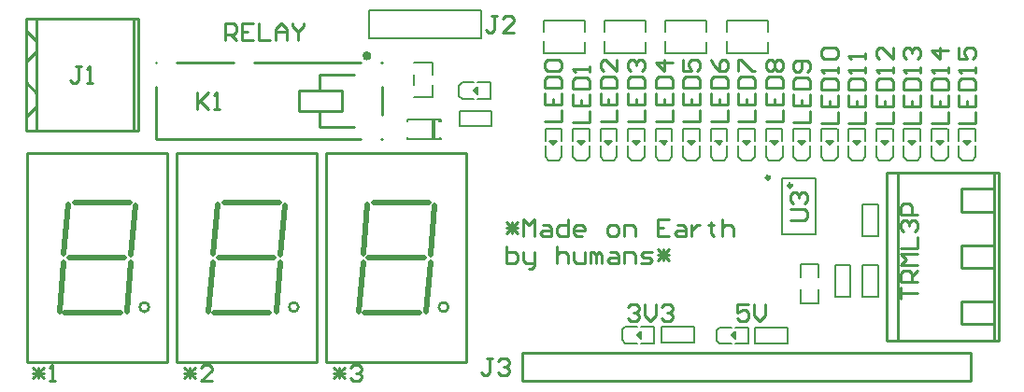
<source format=gto>
G04*
G04 #@! TF.GenerationSoftware,Altium Limited,Altium Designer,20.2.6 (244)*
G04*
G04 Layer_Color=65535*
%FSLAX25Y25*%
%MOIN*%
G70*
G04*
G04 #@! TF.SameCoordinates,357903E5-7464-4FF3-9603-397411888FB0*
G04*
G04*
G04 #@! TF.FilePolarity,Positive*
G04*
G01*
G75*
%ADD10C,0.01575*%
%ADD11C,0.01000*%
%ADD12C,0.01181*%
%ADD13C,0.00591*%
%ADD14C,0.01968*%
%ADD15C,0.00591*%
%ADD16C,0.00787*%
%ADD17C,0.00600*%
%ADD18C,0.00598*%
D10*
X126338Y144346D02*
G03*
X126338Y144346I-787J0D01*
G01*
D11*
X47812Y54645D02*
G03*
X47812Y54645I-1670J0D01*
G01*
X154583D02*
G03*
X154583Y54645I-1670J0D01*
G01*
X101119Y54645D02*
G03*
X101119Y54645I-1670J0D01*
G01*
X116734Y124606D02*
Y132086D01*
X101380Y124606D02*
X116734D01*
X101380D02*
Y132086D01*
X116734D01*
X130637Y114567D02*
X130905D01*
X50197D02*
X123299D01*
X50197Y141896D02*
Y142126D01*
Y114882D02*
Y133301D01*
Y142126D02*
X50465D01*
X57803D02*
X78024D01*
X85362D02*
X123299D01*
X130637D02*
X130905D01*
Y114567D02*
Y114797D01*
Y123392D02*
Y133301D01*
Y141896D02*
Y142126D01*
X108663Y119095D02*
X121065D01*
X108663D02*
Y124607D01*
Y137599D02*
X121065D01*
X108663Y132284D02*
Y137599D01*
X4213Y109764D02*
X54213D01*
Y34961D02*
Y109764D01*
X4213Y34961D02*
X54213D01*
X4213D02*
Y109764D01*
X110984D02*
X160984D01*
Y34961D02*
Y109764D01*
X110984Y34961D02*
X160984D01*
X110984D02*
X110984Y109764D01*
X57520D02*
X107520D01*
Y34961D02*
Y109764D01*
X57520Y34961D02*
X107520D01*
X57520D02*
X57520Y109764D01*
X3849Y117795D02*
Y157692D01*
Y117795D02*
X43849D01*
Y157692D01*
X7752Y117795D02*
Y157623D01*
X3859Y157795D02*
X43859D01*
X42294Y117795D02*
Y157737D01*
X3937Y153425D02*
X7717Y149645D01*
X3937Y142204D02*
X7717Y145984D01*
X3865Y134843D02*
X7645Y131063D01*
X3865Y122597D02*
X7645Y126377D01*
X337697Y96907D02*
X349390D01*
X337697Y88787D02*
Y96907D01*
Y88787D02*
X349390D01*
X337697Y56764D02*
X349390D01*
X337697Y48644D02*
Y56764D01*
Y48644D02*
X349390D01*
X337697Y76692D02*
X349390D01*
X337697Y68573D02*
Y76692D01*
Y68573D02*
X349390D01*
X350935Y42732D02*
Y102732D01*
X310935Y42732D02*
Y102732D01*
Y42732D02*
X350935D01*
X314838Y42663D02*
Y102663D01*
X310896Y102732D02*
X350896D01*
X349380Y42777D02*
Y102777D01*
X180905Y28465D02*
X340905D01*
X180905Y38465D02*
X340905D01*
Y28465D02*
Y38465D01*
X180905Y28465D02*
Y38465D01*
X297395Y120236D02*
X303393D01*
Y124235D01*
X297395Y130233D02*
Y126234D01*
X303393D01*
Y130233D01*
X300394Y126234D02*
Y128234D01*
X297395Y132232D02*
X303393D01*
Y135231D01*
X302393Y136231D01*
X298394D01*
X297395Y135231D01*
Y132232D01*
X303393Y138230D02*
Y140230D01*
Y139230D01*
X297395D01*
X298394Y138230D01*
X303393Y143229D02*
Y145228D01*
Y144228D01*
X297395D01*
X298394Y143229D01*
X198969Y120712D02*
X204967D01*
Y124711D01*
X198969Y130709D02*
Y126710D01*
X204967D01*
Y130709D01*
X201968Y126710D02*
Y128709D01*
X198969Y132708D02*
X204967D01*
Y135707D01*
X203968Y136707D01*
X199969D01*
X198969Y135707D01*
Y132708D01*
X204967Y138706D02*
Y140706D01*
Y139706D01*
X198969D01*
X199969Y138706D01*
X277710Y120500D02*
X283708D01*
Y124498D01*
X277710Y130496D02*
Y126498D01*
X283708D01*
Y130496D01*
X280709Y126498D02*
Y128497D01*
X277710Y132496D02*
X283708D01*
Y135495D01*
X282708Y136494D01*
X278709D01*
X277710Y135495D01*
Y132496D01*
X282708Y138494D02*
X283708Y139494D01*
Y141493D01*
X282708Y142492D01*
X278709D01*
X277710Y141493D01*
Y139494D01*
X278709Y138494D01*
X279709D01*
X280709Y139494D01*
Y142492D01*
X175213Y85017D02*
X179211Y81018D01*
X175213D02*
X179211Y85017D01*
X175213Y83017D02*
X179211D01*
X177212Y81018D02*
Y85017D01*
X181211Y80018D02*
Y86016D01*
X183210Y84017D01*
X185209Y86016D01*
Y80018D01*
X188208Y84017D02*
X190208D01*
X191207Y83017D01*
Y80018D01*
X188208D01*
X187209Y81018D01*
X188208Y82018D01*
X191207D01*
X197205Y86016D02*
Y80018D01*
X194207D01*
X193207Y81018D01*
Y83017D01*
X194207Y84017D01*
X197205D01*
X202204Y80018D02*
X200204D01*
X199205Y81018D01*
Y83017D01*
X200204Y84017D01*
X202204D01*
X203204Y83017D01*
Y82018D01*
X199205D01*
X212201Y80018D02*
X214200D01*
X215200Y81018D01*
Y83017D01*
X214200Y84017D01*
X212201D01*
X211201Y83017D01*
Y81018D01*
X212201Y80018D01*
X217199D02*
Y84017D01*
X220198D01*
X221198Y83017D01*
Y80018D01*
X233194Y86016D02*
X229195D01*
Y80018D01*
X233194D01*
X229195Y83017D02*
X231194D01*
X236193Y84017D02*
X238192D01*
X239192Y83017D01*
Y80018D01*
X236193D01*
X235193Y81018D01*
X236193Y82018D01*
X239192D01*
X241191Y84017D02*
Y80018D01*
Y82018D01*
X242191Y83017D01*
X243191Y84017D01*
X244190D01*
X248189Y85017D02*
Y84017D01*
X247189D01*
X249189D01*
X248189D01*
Y81018D01*
X249189Y80018D01*
X252188Y86016D02*
Y80018D01*
Y83017D01*
X253187Y84017D01*
X255187D01*
X256186Y83017D01*
Y80018D01*
X175213Y76419D02*
Y70421D01*
X178212D01*
X179211Y71420D01*
Y72420D01*
Y73420D01*
X178212Y74419D01*
X175213D01*
X181211D02*
Y71420D01*
X182210Y70421D01*
X185209D01*
Y69421D01*
X184210Y68421D01*
X183210D01*
X185209Y70421D02*
Y74419D01*
X193207Y76419D02*
Y70421D01*
Y73420D01*
X194207Y74419D01*
X196206D01*
X197205Y73420D01*
Y70421D01*
X199205Y74419D02*
Y71420D01*
X200204Y70421D01*
X203204D01*
Y74419D01*
X205203Y70421D02*
Y74419D01*
X206203D01*
X207202Y73420D01*
Y70421D01*
Y73420D01*
X208202Y74419D01*
X209202Y73420D01*
Y70421D01*
X212201Y74419D02*
X214200D01*
X215200Y73420D01*
Y70421D01*
X212201D01*
X211201Y71420D01*
X212201Y72420D01*
X215200D01*
X217199Y70421D02*
Y74419D01*
X220198D01*
X221198Y73420D01*
Y70421D01*
X223197D02*
X226196D01*
X227196Y71420D01*
X226196Y72420D01*
X224197D01*
X223197Y73420D01*
X224197Y74419D01*
X227196D01*
X229195Y75419D02*
X233194Y71420D01*
X229195D02*
X233194Y75419D01*
X229195Y73420D02*
X233194D01*
X231194Y71420D02*
Y75419D01*
X315899Y57809D02*
Y61807D01*
Y59808D01*
X321897D01*
Y63807D02*
X315899D01*
Y66806D01*
X316898Y67805D01*
X318898D01*
X319897Y66806D01*
Y63807D01*
Y65806D02*
X321897Y67805D01*
Y69805D02*
X315899D01*
X317898Y71804D01*
X315899Y73804D01*
X321897D01*
X315899Y75803D02*
X321897D01*
Y79801D01*
X316898Y81801D02*
X315899Y82801D01*
Y84800D01*
X316898Y85800D01*
X317898D01*
X318898Y84800D01*
Y83800D01*
Y84800D01*
X319897Y85800D01*
X320897D01*
X321897Y84800D01*
Y82801D01*
X320897Y81801D01*
X321897Y87799D02*
X315899D01*
Y90798D01*
X316898Y91798D01*
X318898D01*
X319897Y90798D01*
Y87799D01*
X75028Y149902D02*
Y155901D01*
X78027D01*
X79027Y154901D01*
Y152902D01*
X78027Y151902D01*
X75028D01*
X77027D02*
X79027Y149902D01*
X85025Y155901D02*
X81026D01*
Y149902D01*
X85025D01*
X81026Y152902D02*
X83026D01*
X87024Y155901D02*
Y149902D01*
X91023D01*
X93022D02*
Y153901D01*
X95022Y155901D01*
X97021Y153901D01*
Y149902D01*
Y152902D01*
X93022D01*
X99020Y155901D02*
Y154901D01*
X101020Y152902D01*
X103019Y154901D01*
Y155901D01*
X101020Y152902D02*
Y149902D01*
X276529Y85553D02*
X281527D01*
X282527Y86553D01*
Y88552D01*
X281527Y89552D01*
X276529D01*
X277528Y91551D02*
X276529Y92550D01*
Y94550D01*
X277528Y95550D01*
X278528D01*
X279528Y94550D01*
Y93550D01*
Y94550D01*
X280527Y95550D01*
X281527D01*
X282527Y94550D01*
Y92550D01*
X281527Y91551D01*
X336765Y120363D02*
X342763D01*
Y124361D01*
X336765Y130359D02*
Y126361D01*
X342763D01*
Y130359D01*
X339764Y126361D02*
Y128360D01*
X336765Y132359D02*
X342763D01*
Y135358D01*
X341763Y136357D01*
X337764D01*
X336765Y135358D01*
Y132359D01*
X342763Y138357D02*
Y140356D01*
Y139357D01*
X336765D01*
X337764Y138357D01*
X336765Y147354D02*
Y143355D01*
X339764D01*
X338764Y145354D01*
Y146354D01*
X339764Y147354D01*
X341763D01*
X342763Y146354D01*
Y144355D01*
X341763Y143355D01*
X326922Y120363D02*
X332920D01*
Y124361D01*
X326922Y130359D02*
Y126361D01*
X332920D01*
Y130359D01*
X329921Y126361D02*
Y128360D01*
X326922Y132359D02*
X332920D01*
Y135358D01*
X331921Y136357D01*
X327922D01*
X326922Y135358D01*
Y132359D01*
X332920Y138357D02*
Y140356D01*
Y139357D01*
X326922D01*
X327922Y138357D01*
X332920Y146354D02*
X326922D01*
X329921Y143355D01*
Y147354D01*
X317080Y120363D02*
X323078D01*
Y124361D01*
X317080Y130359D02*
Y126361D01*
X323078D01*
Y130359D01*
X320079Y126361D02*
Y128360D01*
X317080Y132359D02*
X323078D01*
Y135358D01*
X322078Y136357D01*
X318079D01*
X317080Y135358D01*
Y132359D01*
X323078Y138357D02*
Y140356D01*
Y139357D01*
X317080D01*
X318079Y138357D01*
Y143355D02*
X317080Y144355D01*
Y146354D01*
X318079Y147354D01*
X319079D01*
X320079Y146354D01*
Y145354D01*
Y146354D01*
X321078Y147354D01*
X322078D01*
X323078Y146354D01*
Y144355D01*
X322078Y143355D01*
X307237Y120363D02*
X313235D01*
Y124361D01*
X307237Y130359D02*
Y126361D01*
X313235D01*
Y130359D01*
X310236Y126361D02*
Y128360D01*
X307237Y132359D02*
X313235D01*
Y135358D01*
X312236Y136357D01*
X308237D01*
X307237Y135358D01*
Y132359D01*
X313235Y138357D02*
Y140356D01*
Y139357D01*
X307237D01*
X308237Y138357D01*
X313235Y147354D02*
Y143355D01*
X309237Y147354D01*
X308237D01*
X307237Y146354D01*
Y144355D01*
X308237Y143355D01*
X287552Y120363D02*
X293550D01*
Y124361D01*
X287552Y130359D02*
Y126361D01*
X293550D01*
Y130359D01*
X290551Y126361D02*
Y128360D01*
X287552Y132359D02*
X293550D01*
Y135358D01*
X292550Y136357D01*
X288552D01*
X287552Y135358D01*
Y132359D01*
X293550Y138357D02*
Y140356D01*
Y139357D01*
X287552D01*
X288552Y138357D01*
Y143355D02*
X287552Y144355D01*
Y146354D01*
X288552Y147354D01*
X292550D01*
X293550Y146354D01*
Y144355D01*
X292550Y143355D01*
X288552D01*
X267867Y120893D02*
X273865D01*
Y124892D01*
X267867Y130890D02*
Y126891D01*
X273865D01*
Y130890D01*
X270866Y126891D02*
Y128891D01*
X267867Y132889D02*
X273865D01*
Y135889D01*
X272866Y136888D01*
X268867D01*
X267867Y135889D01*
Y132889D01*
X268867Y138888D02*
X267867Y139887D01*
Y141886D01*
X268867Y142886D01*
X269866D01*
X270866Y141886D01*
X271866Y142886D01*
X272866D01*
X273865Y141886D01*
Y139887D01*
X272866Y138888D01*
X271866D01*
X270866Y139887D01*
X269866Y138888D01*
X268867D01*
X270866Y139887D02*
Y141886D01*
X261724Y55501D02*
X257725D01*
Y52502D01*
X259725Y53501D01*
X260724D01*
X261724Y52502D01*
Y50502D01*
X260724Y49503D01*
X258725D01*
X257725Y50502D01*
X263723Y55501D02*
Y51502D01*
X265723Y49503D01*
X267722Y51502D01*
Y55501D01*
X258025Y120893D02*
X264023D01*
Y124892D01*
X258025Y130890D02*
Y126891D01*
X264023D01*
Y130890D01*
X261024Y126891D02*
Y128891D01*
X258025Y132889D02*
X264023D01*
Y135889D01*
X263023Y136888D01*
X259024D01*
X258025Y135889D01*
Y132889D01*
Y138888D02*
Y142886D01*
X259024D01*
X263023Y138888D01*
X264023D01*
X248182Y120893D02*
X254180D01*
Y124892D01*
X248182Y130890D02*
Y126891D01*
X254180D01*
Y130890D01*
X251181Y126891D02*
Y128891D01*
X248182Y132889D02*
X254180D01*
Y135889D01*
X253180Y136888D01*
X249182D01*
X248182Y135889D01*
Y132889D01*
Y142886D02*
X249182Y140887D01*
X251181Y138888D01*
X253180D01*
X254180Y139887D01*
Y141886D01*
X253180Y142886D01*
X252181D01*
X251181Y141886D01*
Y138888D01*
X238339Y120893D02*
X244338D01*
Y124892D01*
X238339Y130890D02*
Y126891D01*
X244338D01*
Y130890D01*
X241339Y126891D02*
Y128891D01*
X238339Y132889D02*
X244338D01*
Y135889D01*
X243338Y136888D01*
X239339D01*
X238339Y135889D01*
Y132889D01*
Y142886D02*
Y138888D01*
X241339D01*
X240339Y140887D01*
Y141886D01*
X241339Y142886D01*
X243338D01*
X244338Y141886D01*
Y139887D01*
X243338Y138888D01*
X228497Y120893D02*
X234495D01*
Y124892D01*
X228497Y130890D02*
Y126891D01*
X234495D01*
Y130890D01*
X231496Y126891D02*
Y128891D01*
X228497Y132889D02*
X234495D01*
Y135889D01*
X233495Y136888D01*
X229497D01*
X228497Y135889D01*
Y132889D01*
X234495Y141886D02*
X228497D01*
X231496Y138888D01*
Y142886D01*
X218654Y120893D02*
X224653D01*
Y124892D01*
X218654Y130890D02*
Y126891D01*
X224653D01*
Y130890D01*
X221654Y126891D02*
Y128891D01*
X218654Y132889D02*
X224653D01*
Y135889D01*
X223653Y136888D01*
X219654D01*
X218654Y135889D01*
Y132889D01*
X219654Y138888D02*
X218654Y139887D01*
Y141886D01*
X219654Y142886D01*
X220654D01*
X221654Y141886D01*
Y140887D01*
Y141886D01*
X222653Y142886D01*
X223653D01*
X224653Y141886D01*
Y139887D01*
X223653Y138888D01*
X208812Y120893D02*
X214810D01*
Y124892D01*
X208812Y130890D02*
Y126891D01*
X214810D01*
Y130890D01*
X211811Y126891D02*
Y128891D01*
X208812Y132889D02*
X214810D01*
Y135889D01*
X213810Y136888D01*
X209812D01*
X208812Y135889D01*
Y132889D01*
X214810Y142886D02*
Y138888D01*
X210811Y142886D01*
X209812D01*
X208812Y141886D01*
Y139887D01*
X209812Y138888D01*
X189127Y120893D02*
X195125D01*
Y124892D01*
X189127Y130890D02*
Y126891D01*
X195125D01*
Y130890D01*
X192126Y126891D02*
Y128891D01*
X189127Y132889D02*
X195125D01*
Y135889D01*
X194125Y136888D01*
X190127D01*
X189127Y135889D01*
Y132889D01*
X190127Y138888D02*
X189127Y139887D01*
Y141886D01*
X190127Y142886D01*
X194125D01*
X195125Y141886D01*
Y139887D01*
X194125Y138888D01*
X190127D01*
X218726Y54701D02*
X219726Y55701D01*
X221725D01*
X222725Y54701D01*
Y53701D01*
X221725Y52702D01*
X220726D01*
X221725D01*
X222725Y51702D01*
Y50702D01*
X221725Y49703D01*
X219726D01*
X218726Y50702D01*
X224724Y55701D02*
Y51702D01*
X226724Y49703D01*
X228723Y51702D01*
Y55701D01*
X230722Y54701D02*
X231722Y55701D01*
X233721D01*
X234721Y54701D01*
Y53701D01*
X233721Y52702D01*
X232722D01*
X233721D01*
X234721Y51702D01*
Y50702D01*
X233721Y49703D01*
X231722D01*
X230722Y50702D01*
X64899Y131345D02*
Y125347D01*
Y127347D01*
X68898Y131345D01*
X65899Y128347D01*
X68898Y125347D01*
X70897D02*
X72896D01*
X71897D01*
Y131345D01*
X70897Y130346D01*
X170260Y36464D02*
X168261D01*
X169261D01*
Y31465D01*
X168261Y30465D01*
X167261D01*
X166261Y31465D01*
X172259Y35464D02*
X173259Y36464D01*
X175259D01*
X176258Y35464D01*
Y34464D01*
X175259Y33465D01*
X174259D01*
X175259D01*
X176258Y32465D01*
Y31465D01*
X175259Y30465D01*
X173259D01*
X172259Y31465D01*
X172071Y158511D02*
X170072D01*
X171072D01*
Y153513D01*
X170072Y152513D01*
X169072D01*
X168072Y153513D01*
X178069Y152513D02*
X174071D01*
X178069Y156511D01*
Y157511D01*
X177070Y158511D01*
X175070D01*
X174071Y157511D01*
X23622Y140794D02*
X21623D01*
X22622D01*
Y135796D01*
X21623Y134796D01*
X20623D01*
X19623Y135796D01*
X25621Y134796D02*
X27621D01*
X26621D01*
Y140794D01*
X25621Y139795D01*
X113512Y33151D02*
X117511Y29152D01*
X113512D02*
X117511Y33151D01*
X113512Y31151D02*
X117511D01*
X115511Y29152D02*
Y33151D01*
X119510D02*
X120510Y34150D01*
X122509D01*
X123509Y33151D01*
Y32151D01*
X122509Y31151D01*
X121509D01*
X122509D01*
X123509Y30152D01*
Y29152D01*
X122509Y28152D01*
X120510D01*
X119510Y29152D01*
X60362Y33151D02*
X64361Y29152D01*
X60362D02*
X64361Y33151D01*
X60362Y31151D02*
X64361D01*
X62362Y29152D02*
Y33151D01*
X70359Y28152D02*
X66360D01*
X70359Y32151D01*
Y33151D01*
X69359Y34150D01*
X67360D01*
X66360Y33151D01*
X6244D02*
X10243Y29152D01*
X6244D02*
X10243Y33151D01*
X6244Y31151D02*
X10243D01*
X8243Y29152D02*
Y33151D01*
X12242Y28152D02*
X14241D01*
X13242D01*
Y34150D01*
X12242Y33151D01*
D12*
X269222Y100962D02*
G03*
X269222Y100962I-591J0D01*
G01*
X277091Y98051D02*
G03*
X277091Y98051I-591J0D01*
G01*
D13*
X292520Y69685D02*
X298031D01*
X292520Y58189D02*
Y69685D01*
X298031Y58189D02*
Y69685D01*
X292520Y58189D02*
X298031D01*
X242146Y41988D02*
Y47500D01*
X230650D02*
X242146D01*
X230650Y41988D02*
X242146D01*
X230650D02*
Y47500D01*
X275630Y41732D02*
Y47244D01*
X264134D02*
X275630D01*
X264134Y41732D02*
X275630D01*
X264134D02*
Y47244D01*
X280315Y55906D02*
Y60827D01*
Y55906D02*
X286614D01*
Y60827D01*
X280315Y65158D02*
Y70079D01*
X286614D01*
Y65158D02*
Y70079D01*
X302362Y79843D02*
X307874D01*
Y91339D01*
X302362Y79843D02*
Y91339D01*
X307874D01*
X302362Y69685D02*
X307874D01*
X302362Y58189D02*
Y69685D01*
X307874Y58189D02*
Y69685D01*
X302362Y58189D02*
X307874D01*
X170079Y119291D02*
Y124803D01*
X158583D02*
X170079D01*
X158583Y119291D02*
X170079D01*
X158583D02*
Y124803D01*
D14*
X17402Y73543D02*
X18976Y91260D01*
X15823Y53072D02*
X17403Y70792D01*
X39842Y52874D02*
X41417Y70591D01*
X19370Y72362D02*
X39055D01*
X21339Y92047D02*
X41024D01*
X17793Y52672D02*
X37483D01*
X41417Y73346D02*
X42992Y91063D01*
X124173Y73543D02*
X125748Y91260D01*
X122594Y53072D02*
X124174Y70792D01*
X146614Y52874D02*
X148189Y70591D01*
X126142Y72362D02*
X145827D01*
X128110Y92047D02*
X147795D01*
X124564Y52672D02*
X144254D01*
X148189Y73346D02*
X149764Y91063D01*
X70709Y73543D02*
X72283Y91260D01*
X69130Y53072D02*
X70710Y70792D01*
X93150Y52874D02*
X94724Y70591D01*
X72677Y72362D02*
X92362D01*
X74646Y92047D02*
X94331D01*
X71100Y52672D02*
X90790D01*
X94724Y73346D02*
X96299Y91063D01*
D15*
X223213Y43457D02*
X223252D01*
X221913Y44756D02*
X223213Y43457D01*
X223252Y46095D02*
Y46134D01*
X221913Y44756D02*
X223252Y46095D01*
Y43457D02*
Y46134D01*
X223330Y47709D02*
X227858D01*
X223330Y41803D02*
X227858D01*
Y41882D02*
Y47709D01*
X217700Y41794D02*
X221834D01*
X216519Y42975D02*
Y43369D01*
Y42975D02*
X217700Y41794D01*
X216519Y43369D02*
Y46125D01*
Y46519D01*
X217700Y47700D01*
X221834D01*
X221913Y44756D02*
X223252D01*
X256931Y43215D02*
X256970D01*
X255631Y44514D02*
X256931Y43215D01*
X256970Y45852D02*
Y45892D01*
X255631Y44514D02*
X256970Y45852D01*
Y43215D02*
Y45892D01*
X257049Y47467D02*
X261577D01*
X257049Y41561D02*
X261577D01*
Y41640D02*
Y47467D01*
X251419Y41552D02*
X255553D01*
X250238Y42733D02*
Y43127D01*
Y42733D02*
X251419Y41552D01*
X250238Y43127D02*
Y45883D01*
Y46277D01*
X251419Y47458D01*
X255553D01*
X255631Y44514D02*
X256970D01*
X163704Y131902D02*
X165043D01*
X159491Y134846D02*
X163626D01*
X158310Y133665D02*
X159491Y134846D01*
X158310Y133270D02*
Y133665D01*
Y130515D02*
Y133270D01*
Y130121D02*
X159491Y128940D01*
X158310Y130121D02*
Y130515D01*
X159491Y128940D02*
X163626D01*
X169650Y129028D02*
Y134854D01*
X165122Y128949D02*
X169650D01*
X165122Y134855D02*
X169650D01*
X165043Y130602D02*
Y133280D01*
X163704Y131902D02*
X165043Y133240D01*
Y133280D01*
X163704Y131902D02*
X165004Y130602D01*
X165043D01*
X339752Y112523D02*
Y113862D01*
X336808Y108310D02*
Y112445D01*
Y108310D02*
X337989Y107129D01*
X338383D01*
X341139D01*
X341532D02*
X342714Y108310D01*
X341139Y107129D02*
X341532D01*
X342714Y108310D02*
Y112445D01*
X336799Y118468D02*
X342626D01*
X342705Y113941D02*
Y118468D01*
X336799Y113941D02*
Y118468D01*
X338374Y113862D02*
X341051D01*
X338413D02*
X339752Y112523D01*
X338374Y113862D02*
X338413D01*
X339752Y112523D02*
X341051Y113823D01*
Y113862D01*
X329909Y112523D02*
Y113862D01*
X326965Y108310D02*
Y112445D01*
Y108310D02*
X328146Y107129D01*
X328541D01*
X331296D01*
X331690D02*
X332871Y108310D01*
X331296Y107129D02*
X331690D01*
X332871Y108310D02*
Y112445D01*
X326957Y118468D02*
X332783D01*
X332862Y113941D02*
Y118468D01*
X326956Y113941D02*
Y118468D01*
X328531Y113862D02*
X331209D01*
X328571D02*
X329909Y112523D01*
X328531Y113862D02*
X328571D01*
X329909Y112523D02*
X331209Y113823D01*
Y113862D01*
X320067Y112523D02*
Y113862D01*
X317123Y108310D02*
Y112445D01*
Y108310D02*
X318304Y107129D01*
X318698D01*
X321454D01*
X321847D02*
X323029Y108310D01*
X321454Y107129D02*
X321847D01*
X323029Y108310D02*
Y112445D01*
X317114Y118468D02*
X322941D01*
X323020Y113941D02*
Y118468D01*
X317114Y113941D02*
Y118468D01*
X318689Y113862D02*
X321366D01*
X318728D02*
X320067Y112523D01*
X318689Y113862D02*
X318728D01*
X320067Y112523D02*
X321366Y113823D01*
Y113862D01*
X310224Y112523D02*
Y113862D01*
X307280Y108310D02*
Y112445D01*
Y108310D02*
X308461Y107129D01*
X308855D01*
X311611D01*
X312005D02*
X313186Y108310D01*
X311611Y107129D02*
X312005D01*
X313186Y108310D02*
Y112445D01*
X307271Y118468D02*
X313098D01*
X313177Y113941D02*
Y118468D01*
X307271Y113941D02*
Y118468D01*
X308846Y113862D02*
X311523D01*
X308886D02*
X310224Y112523D01*
X308846Y113862D02*
X308886D01*
X310224Y112523D02*
X311523Y113823D01*
Y113862D01*
X300382Y112523D02*
Y113862D01*
X297438Y108310D02*
Y112445D01*
Y108310D02*
X298619Y107129D01*
X299013D01*
X301769D01*
X302162D02*
X303344Y108310D01*
X301769Y107129D02*
X302162D01*
X303344Y108310D02*
Y112445D01*
X297429Y118468D02*
X303256D01*
X303335Y113941D02*
Y118468D01*
X297429Y113941D02*
Y118468D01*
X299004Y113862D02*
X301681D01*
X299043D02*
X300382Y112523D01*
X299004Y113862D02*
X299043D01*
X300382Y112523D02*
X301681Y113823D01*
Y113862D01*
X290539Y112523D02*
Y113862D01*
X287595Y108310D02*
Y112445D01*
Y108310D02*
X288776Y107129D01*
X289170D01*
X291926D01*
X292320D02*
X293501Y108310D01*
X291926Y107129D02*
X292320D01*
X293501Y108310D02*
Y112445D01*
X287586Y118468D02*
X293413D01*
X293492Y113941D02*
Y118468D01*
X287586Y113941D02*
Y118468D01*
X289161Y113862D02*
X291838D01*
X289201D02*
X290539Y112523D01*
X289161Y113862D02*
X289201D01*
X290539Y112523D02*
X291838Y113823D01*
Y113862D01*
X280697Y112523D02*
Y113862D01*
X277753Y108310D02*
Y112445D01*
Y108310D02*
X278934Y107129D01*
X279328D01*
X282084D01*
X282477D02*
X283659Y108310D01*
X282084Y107129D02*
X282477D01*
X283659Y108310D02*
Y112445D01*
X277744Y118468D02*
X283571D01*
X283650Y113941D02*
Y118468D01*
X277744Y113941D02*
Y118468D01*
X279319Y113862D02*
X281996D01*
X279358D02*
X280697Y112523D01*
X279319Y113862D02*
X279358D01*
X280697Y112523D02*
X281996Y113823D01*
Y113862D01*
X270854Y112523D02*
Y113862D01*
X267910Y108310D02*
Y112445D01*
Y108310D02*
X269091Y107129D01*
X269485D01*
X272241D01*
X272635D02*
X273816Y108310D01*
X272241Y107129D02*
X272635D01*
X273816Y108310D02*
Y112445D01*
X267901Y118468D02*
X273728D01*
X273807Y113941D02*
Y118468D01*
X267901Y113941D02*
Y118468D01*
X269476Y113862D02*
X272153D01*
X269516D02*
X270854Y112523D01*
X269476Y113862D02*
X269516D01*
X270854Y112523D02*
X272153Y113823D01*
Y113862D01*
X261012Y112523D02*
Y113862D01*
X258068Y108310D02*
Y112445D01*
Y108310D02*
X259249Y107129D01*
X259643D01*
X262399D01*
X262792D02*
X263974Y108310D01*
X262399Y107129D02*
X262792D01*
X263974Y108310D02*
Y112445D01*
X258059Y118468D02*
X263886D01*
X263965Y113941D02*
Y118468D01*
X258059Y113941D02*
Y118468D01*
X259634Y113862D02*
X262311D01*
X259673D02*
X261012Y112523D01*
X259634Y113862D02*
X259673D01*
X261012Y112523D02*
X262311Y113823D01*
Y113862D01*
X251169Y112523D02*
Y113862D01*
X248225Y108310D02*
Y112445D01*
Y108310D02*
X249406Y107129D01*
X249800D01*
X252556D01*
X252950D02*
X254131Y108310D01*
X252556Y107129D02*
X252950D01*
X254131Y108310D02*
Y112445D01*
X248216Y118468D02*
X254043D01*
X254122Y113941D02*
Y118468D01*
X248216Y113941D02*
Y118468D01*
X249791Y113862D02*
X252468D01*
X249830D02*
X251169Y112523D01*
X249791Y113862D02*
X249830D01*
X251169Y112523D02*
X252468Y113823D01*
Y113862D01*
X241327Y112523D02*
Y113862D01*
X238383Y108310D02*
Y112445D01*
Y108310D02*
X239564Y107129D01*
X239958D01*
X242713D01*
X243107D02*
X244289Y108310D01*
X242713Y107129D02*
X243107D01*
X244289Y108310D02*
Y112445D01*
X238374Y118468D02*
X244201D01*
X244280Y113941D02*
Y118468D01*
X238374Y113941D02*
Y118468D01*
X239949Y113862D02*
X242626D01*
X239988D02*
X241327Y112523D01*
X239949Y113862D02*
X239988D01*
X241327Y112523D02*
X242626Y113823D01*
Y113862D01*
X231484Y112523D02*
Y113862D01*
X228540Y108310D02*
Y112445D01*
Y108310D02*
X229721Y107129D01*
X230115D01*
X232871D01*
X233265D02*
X234446Y108310D01*
X232871Y107129D02*
X233265D01*
X234446Y108310D02*
Y112445D01*
X228531Y118468D02*
X234358D01*
X234437Y113941D02*
Y118468D01*
X228531Y113941D02*
Y118468D01*
X230106Y113862D02*
X232783D01*
X230145D02*
X231484Y112523D01*
X230106Y113862D02*
X230145D01*
X231484Y112523D02*
X232783Y113823D01*
Y113862D01*
X221642Y112523D02*
Y113862D01*
X218698Y108310D02*
Y112445D01*
Y108310D02*
X219879Y107129D01*
X220273D01*
X223028D01*
X223422D02*
X224604Y108310D01*
X223028Y107129D02*
X223422D01*
X224604Y108310D02*
Y112445D01*
X218689Y118468D02*
X224516D01*
X224595Y113941D02*
Y118468D01*
X218689Y113941D02*
Y118468D01*
X220264Y113862D02*
X222941D01*
X220303D02*
X221642Y112523D01*
X220264Y113862D02*
X220303D01*
X221642Y112523D02*
X222941Y113823D01*
Y113862D01*
X211799Y112523D02*
Y113862D01*
X208855Y108310D02*
Y112445D01*
Y108310D02*
X210036Y107129D01*
X210430D01*
X213186D01*
X213580D02*
X214761Y108310D01*
X213186Y107129D02*
X213580D01*
X214761Y108310D02*
Y112445D01*
X208846Y118468D02*
X214673D01*
X214752Y113941D02*
Y118468D01*
X208846Y113941D02*
Y118468D01*
X210421Y113862D02*
X213098D01*
X210460D02*
X211799Y112523D01*
X210421Y113862D02*
X210460D01*
X211799Y112523D02*
X213098Y113823D01*
Y113862D01*
X201956Y112523D02*
Y113862D01*
X199013Y108310D02*
Y112445D01*
Y108310D02*
X200193Y107129D01*
X200588D01*
X203343D01*
X203737D02*
X204919Y108310D01*
X203343Y107129D02*
X203737D01*
X204919Y108310D02*
Y112445D01*
X199004Y118468D02*
X204830D01*
X204910Y113941D02*
Y118468D01*
X199004Y113941D02*
Y118468D01*
X200578Y113862D02*
X203256D01*
X200618D02*
X201956Y112523D01*
X200578Y113862D02*
X200618D01*
X201956Y112523D02*
X203256Y113823D01*
Y113862D01*
X192114Y112523D02*
Y113862D01*
X189170Y108310D02*
Y112445D01*
Y108310D02*
X190351Y107129D01*
X190745D01*
X193501D01*
X193895D02*
X195076Y108310D01*
X193501Y107129D02*
X193895D01*
X195076Y108310D02*
Y112445D01*
X189161Y118468D02*
X194988D01*
X195067Y113941D02*
Y118468D01*
X189161Y113941D02*
Y118468D01*
X190736Y113862D02*
X193413D01*
X190775D02*
X192114Y112523D01*
X190736Y113862D02*
X190775D01*
X192114Y112523D02*
X193413Y113823D01*
Y113862D01*
D16*
X268780Y152873D02*
Y156969D01*
X254056Y156968D02*
X268780Y156969D01*
X254056Y152953D02*
Y156968D01*
X254054Y145473D02*
Y149568D01*
Y145473D02*
X268778Y145474D01*
Y149410D01*
X246732Y152873D02*
Y156969D01*
X232008Y156968D02*
X246732Y156969D01*
X232008Y152953D02*
Y156968D01*
X232007Y145473D02*
Y149568D01*
Y145473D02*
X246731Y145474D01*
Y149410D01*
X225079Y152873D02*
Y156969D01*
X210355Y156968D02*
X225079Y156969D01*
X210355Y152953D02*
Y156968D01*
X210353Y145473D02*
Y149568D01*
Y145473D02*
X225077Y145474D01*
Y149410D01*
X203425Y152873D02*
Y156969D01*
X188701Y156968D02*
X203425Y156969D01*
X188701Y152953D02*
Y156968D01*
X188700Y145473D02*
Y149568D01*
Y145473D02*
X203424Y145474D01*
Y149410D01*
X166417Y150512D02*
Y160512D01*
X126417Y150512D02*
X166417D01*
X126417Y160512D02*
X166417D01*
X126417Y150512D02*
Y160512D01*
D17*
X273538Y80606D02*
Y100497D01*
Y80606D02*
X285517D01*
Y100497D01*
X273538D02*
X285517D01*
X140133Y114700D02*
X151205D01*
X140133D02*
Y115361D01*
X149488Y114700D02*
Y121520D01*
X140133D02*
X151205D01*
X140133Y120859D02*
Y121520D01*
X142220Y134034D02*
Y137620D01*
X149119Y137774D02*
Y141875D01*
X142220D02*
X149119D01*
Y129779D02*
Y133880D01*
X142220Y129779D02*
X149119D01*
D18*
X151205Y114700D02*
Y115137D01*
Y121083D02*
X151890D01*
X151205Y115137D02*
X151890D01*
Y114700D02*
Y115137D01*
X151205Y114700D02*
X151890D01*
X151205Y121520D02*
X151890D01*
Y121083D02*
Y121520D01*
X151205Y121083D02*
Y121520D01*
X148926Y114700D02*
Y121520D01*
M02*

</source>
